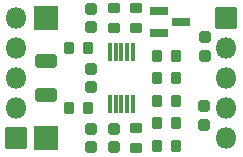
<source format=gbr>
%TF.GenerationSoftware,KiCad,Pcbnew,7.0.9*%
%TF.CreationDate,2024-01-07T19:57:38+00:00*%
%TF.ProjectId,INA381 Breakout,494e4133-3831-4204-9272-65616b6f7574,V24.01.0.1*%
%TF.SameCoordinates,PX8841978PY54c5a90*%
%TF.FileFunction,Soldermask,Top*%
%TF.FilePolarity,Negative*%
%FSLAX46Y46*%
G04 Gerber Fmt 4.6, Leading zero omitted, Abs format (unit mm)*
G04 Created by KiCad (PCBNEW 7.0.9) date 2024-01-07 19:57:38*
%MOMM*%
%LPD*%
G01*
G04 APERTURE LIST*
G04 Aperture macros list*
%AMRoundRect*
0 Rectangle with rounded corners*
0 $1 Rounding radius*
0 $2 $3 $4 $5 $6 $7 $8 $9 X,Y pos of 4 corners*
0 Add a 4 corners polygon primitive as box body*
4,1,4,$2,$3,$4,$5,$6,$7,$8,$9,$2,$3,0*
0 Add four circle primitives for the rounded corners*
1,1,$1+$1,$2,$3*
1,1,$1+$1,$4,$5*
1,1,$1+$1,$6,$7*
1,1,$1+$1,$8,$9*
0 Add four rect primitives between the rounded corners*
20,1,$1+$1,$2,$3,$4,$5,0*
20,1,$1+$1,$4,$5,$6,$7,0*
20,1,$1+$1,$6,$7,$8,$9,0*
20,1,$1+$1,$8,$9,$2,$3,0*%
G04 Aperture macros list end*
%ADD10RoundRect,0.275000X-0.250000X0.225000X-0.250000X-0.225000X0.250000X-0.225000X0.250000X0.225000X0*%
%ADD11RoundRect,0.250000X0.275000X-0.200000X0.275000X0.200000X-0.275000X0.200000X-0.275000X-0.200000X0*%
%ADD12RoundRect,0.275000X0.250000X-0.225000X0.250000X0.225000X-0.250000X0.225000X-0.250000X-0.225000X0*%
%ADD13RoundRect,0.250000X-0.200000X-0.275000X0.200000X-0.275000X0.200000X0.275000X-0.200000X0.275000X0*%
%ADD14RoundRect,0.300000X0.625000X-0.312500X0.625000X0.312500X-0.625000X0.312500X-0.625000X-0.312500X0*%
%ADD15RoundRect,0.125000X0.075000X-0.650000X0.075000X0.650000X-0.075000X0.650000X-0.075000X-0.650000X0*%
%ADD16RoundRect,0.200000X-0.587500X-0.150000X0.587500X-0.150000X0.587500X0.150000X-0.587500X0.150000X0*%
%ADD17RoundRect,0.250000X0.200000X0.275000X-0.200000X0.275000X-0.200000X-0.275000X0.200000X-0.275000X0*%
%ADD18RoundRect,0.050000X-1.000000X-1.000000X1.000000X-1.000000X1.000000X1.000000X-1.000000X1.000000X0*%
%ADD19RoundRect,0.050000X0.850000X0.850000X-0.850000X0.850000X-0.850000X-0.850000X0.850000X-0.850000X0*%
%ADD20O,1.800000X1.800000*%
%ADD21RoundRect,0.050000X-0.850000X-0.850000X0.850000X-0.850000X0.850000X0.850000X-0.850000X0.850000X0*%
G04 APERTURE END LIST*
D10*
%TO.C,C6*%
X15875000Y-2400000D03*
X15875000Y-3950000D03*
%TD*%
D11*
%TO.C,R3*%
X10160000Y4245000D03*
X10160000Y5895000D03*
%TD*%
D12*
%TO.C,C2*%
X6350000Y-785000D03*
X6350000Y765000D03*
%TD*%
D13*
%TO.C,R7*%
X11875000Y-10000D03*
X13525000Y-10000D03*
%TD*%
D12*
%TO.C,C5*%
X6350000Y4295000D03*
X6350000Y5845000D03*
%TD*%
D14*
%TO.C,R5*%
X2540000Y-1472500D03*
X2540000Y1452500D03*
%TD*%
D15*
%TO.C,U1*%
X7890000Y-2210000D03*
X8390000Y-2210000D03*
X8890000Y-2210000D03*
X9390000Y-2210000D03*
X9890000Y-2210000D03*
X9890000Y2190000D03*
X9390000Y2190000D03*
X8890000Y2190000D03*
X8390000Y2190000D03*
X7890000Y2190000D03*
%TD*%
D16*
%TO.C,D1*%
X12065000Y5700000D03*
X12065000Y3800000D03*
X13940000Y4750000D03*
%TD*%
D11*
%TO.C,R6*%
X8255000Y4245000D03*
X8255000Y5895000D03*
%TD*%
D13*
%TO.C,R11*%
X11875000Y-5725000D03*
X13525000Y-5725000D03*
%TD*%
D12*
%TO.C,C3*%
X16002000Y1905000D03*
X16002000Y3455000D03*
%TD*%
D17*
%TO.C,R9*%
X13525000Y-3820000D03*
X11875000Y-3820000D03*
%TD*%
D13*
%TO.C,R10*%
X11875000Y-1915000D03*
X13525000Y-1915000D03*
%TD*%
%TO.C,R4*%
X11875000Y1895000D03*
X13525000Y1895000D03*
%TD*%
D10*
%TO.C,C4*%
X6350000Y-4315000D03*
X6350000Y-5865000D03*
%TD*%
D18*
%TO.C,J3*%
X2540000Y-5090000D03*
%TD*%
D13*
%TO.C,R2*%
X4445000Y-2550000D03*
X6095000Y-2550000D03*
%TD*%
%TO.C,R8*%
X4445000Y2530000D03*
X6095000Y2530000D03*
%TD*%
D12*
%TO.C,C1*%
X8255000Y-5865000D03*
X8255000Y-4315000D03*
%TD*%
D18*
%TO.C,J5*%
X2540000Y5080000D03*
%TD*%
D11*
%TO.C,R1*%
X10160000Y-5915000D03*
X10160000Y-4265000D03*
%TD*%
D19*
%TO.C,J1*%
X17780000Y5080000D03*
D20*
X17780000Y2540000D03*
X17780000Y0D03*
X17780000Y-2540000D03*
X17780000Y-5080000D03*
%TD*%
D21*
%TO.C,J2*%
X0Y-5080000D03*
D20*
X0Y-2540000D03*
X0Y0D03*
X0Y2540000D03*
X0Y5080000D03*
%TD*%
M02*

</source>
